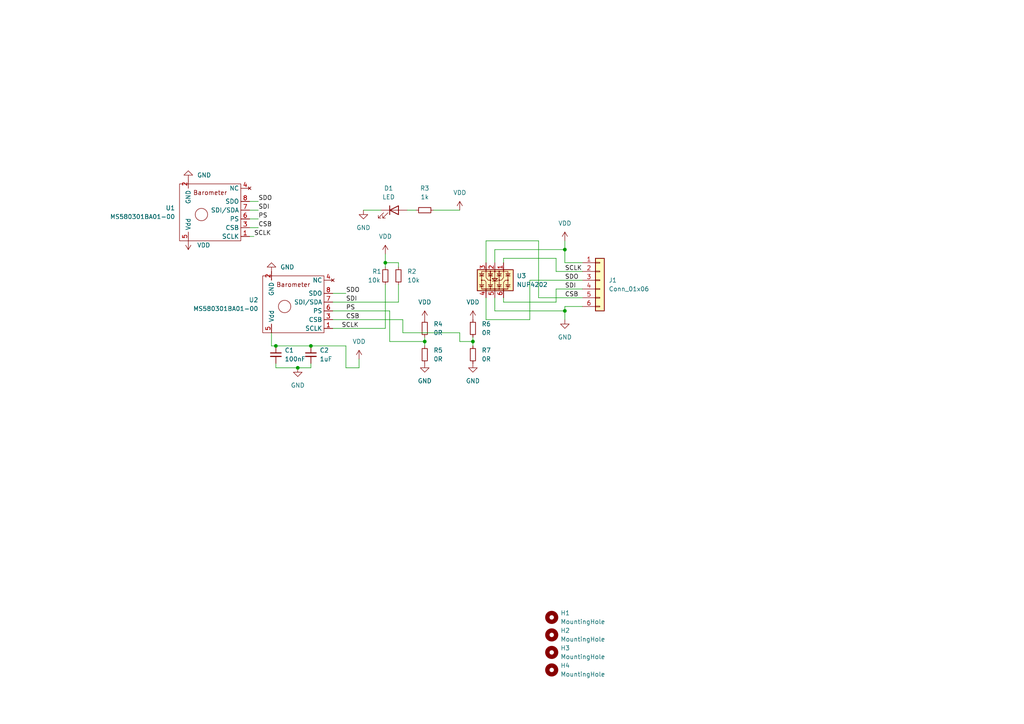
<source format=kicad_sch>
(kicad_sch (version 20211123) (generator eeschema)
  (paper "A4")
  (lib_symbols
    (symbol "Connector_Generic:Conn_01x06" (pin_names (offset 1.016) hide)
      (property "Reference" "J" (at 0 7.62 0))
      (property "Value" "Conn_01x06" (at 0 -10.16 0))
      (symbol "Conn_01x06_1_1"
        (rectangle (start -1.27 -7.493) (end 0 -7.747) (stroke (width 0.1524)))
        (rectangle (start -1.27 -4.953) (end 0 -5.207) (stroke (width 0.1524)))
        (rectangle (start -1.27 -2.413) (end 0 -2.667) (stroke (width 0.1524)))
        (rectangle (start -1.27 0.127) (end 0 -0.127) (stroke (width 0.1524)))
        (rectangle (start -1.27 2.667) (end 0 2.413) (stroke (width 0.1524)))
        (rectangle (start -1.27 5.207) (end 0 4.953) (stroke (width 0.1524)))
        (rectangle (start -1.27 6.35) (end 1.27 -8.89) (stroke (width 0.254)) (fill (type background)))
        (pin passive line (at -5.08 5.08 0) (length 3.81) (name "Pin_1") (number "1"))
        (pin passive line (at -5.08 2.54 0) (length 3.81) (name "Pin_2") (number "2"))
        (pin passive line (at -5.08 0 0) (length 3.81) (name "Pin_3") (number "3"))
        (pin passive line (at -5.08 -2.54 0) (length 3.81) (name "Pin_4") (number "4"))
        (pin passive line (at -5.08 -5.08 0) (length 3.81) (name "Pin_5") (number "5"))
        (pin passive line (at -5.08 -7.62 0) (length 3.81) (name "Pin_6") (number "6"))
      )
    )
    (symbol "Device:C_Small" (pin_numbers hide) (pin_names (offset 0.254) hide)
      (property "Reference" "C" (at 0.254 1.778 0))
      (property "Value" "C_Small" (at 0.254 -2.032 0))
      (symbol "C_Small_0_1"
        (polyline (pts (xy -1.524 -0.508) (xy 1.524 -0.508)) (stroke (width 0.3302)))
        (polyline (pts (xy -1.524 0.508) (xy 1.524 0.508)) (stroke (width 0.3048)))
      )
      (symbol "C_Small_1_1"
        (pin passive line (at 0 2.54 270) (length 2.032) (name "~") (number "1"))
        (pin passive line (at 0 -2.54 90) (length 2.032) (name "~") (number "2"))
      )
    )
    (symbol "Device:LED" (pin_numbers hide) (pin_names (offset 1.016) hide)
      (property "Reference" "D" (at 0 2.54 0))
      (property "Value" "LED" (at 0 -2.54 0))
      (symbol "LED_0_1"
        (polyline (pts (xy -1.27 -1.27) (xy -1.27 1.27)) (stroke (width 0.254)))
        (polyline (pts (xy -1.27 0) (xy 1.27 0)))
        (polyline (pts (xy 1.27 -1.27) (xy 1.27 1.27) (xy -1.27 0) (xy 1.27 -1.27)) (stroke (width 0.254)))
        (polyline (pts (xy -3.048 -0.762) (xy -4.572 -2.286) (xy -3.81 -2.286) (xy -4.572 -2.286) (xy -4.572 -1.524)))
        (polyline (pts (xy -1.778 -0.762) (xy -3.302 -2.286) (xy -2.54 -2.286) (xy -3.302 -2.286) (xy -3.302 -1.524)))
      )
      (symbol "LED_1_1"
        (pin passive line (at -3.81 0 0) (length 2.54) (name "K") (number "1"))
        (pin passive line (at 3.81 0 180) (length 2.54) (name "A") (number "2"))
      )
    )
    (symbol "Device:R_Small" (pin_numbers hide) (pin_names (offset 0.254) hide)
      (property "Reference" "R" (at 0.762 0.508 0))
      (property "Value" "R_Small" (at 0.762 -1.016 0))
      (symbol "R_Small_0_1"
        (rectangle (start -0.762 1.778) (end 0.762 -1.778) (stroke (width 0.2032)))
      )
      (symbol "R_Small_1_1"
        (pin passive line (at 0 2.54 270) (length 0.762) (name "~") (number "1"))
        (pin passive line (at 0 -2.54 90) (length 0.762) (name "~") (number "2"))
      )
    )
    (symbol "Mechanical:MountingHole" (pin_names (offset 1.016))
      (property "Reference" "H" (at 0 5.08 0))
      (property "Value" "MountingHole" (at 0 3.175 0))
      (symbol "MountingHole_0_1"
        (circle (center 0 0) (radius 1.27) (stroke (width 1.27)))
      )
    )
    (symbol "MyLib:MS580301BA01-00"
      (property "Reference" "U?" (at 12.7 25.4 0))
      (property "Value" "MS580301BA01-00" (at 0 24.13 0))
      (symbol "MS580301BA01-00_0_0"
        (text "Barometer" (at 8.89 -13.97 0) (effects (font (size 1.27 1.27))))
      )
      (symbol "MS580301BA01-00_0_1"
        (rectangle (start 0 0) (end 17.78 -16.51))
        (circle (center 11.43 -7.62) (radius 1.7961))
      )
      (symbol "MS580301BA01-00_1_1"
        (pin input line (at -2.54 -1.27 0) (length 2.54) (name "SCLK") (number "1"))
        (pin power_out line (at 15.24 -17.78 90) (length 2.54) (name "GND") (number "2"))
        (pin input line (at -2.54 -3.81 0) (length 2.54) (name "CSB") (number "3"))
        (pin no_connect line (at -2.54 -15.24 0) (length 2.54) (name "NC") (number "4"))
        (pin power_in line (at 15.24 0 270) (length 2.54) (name "Vdd") (number "5"))
        (pin input line (at -2.54 -6.35 0) (length 2.54) (name "PS") (number "6"))
        (pin input line (at -2.54 -8.89 0) (length 2.54) (name "SDI/SDA") (number "7"))
        (pin output line (at -2.54 -11.43 0) (length 2.54) (name "SDO") (number "8"))
      )
    )
    (symbol "Power_Protection:NUP4202"
      (property "Reference" "U" (at -6.985 -2.54 0))
      (property "Value" "NUP4202" (at 6.35 1.27 90))
      (symbol "NUP4202_0_1"
        (rectangle (start -5.334 3.048) (end 5.08 -3.048) (stroke (width 0.254)) (fill (type background)))
        (circle (center -3.81 0) (radius 0.127))
        (circle (center -3.81 0) (radius 0.127))
        (circle (center -1.27 -2.54) (radius 0.127))
        (circle (center -1.27 -2.54) (radius 0.127))
        (circle (center -1.27 0) (radius 0.127))
        (circle (center -1.27 0) (radius 0.127))
        (circle (center -1.27 2.54) (radius 0.127))
        (circle (center -1.27 2.54) (radius 0.127))
        (circle (center 0 -2.54) (radius 0.127))
        (circle (center 0 -2.54) (radius 0.127))
        (polyline (pts (xy -4.445 -1.27) (xy -3.175 -1.27)))
        (polyline (pts (xy -4.445 -1.27) (xy -3.175 -1.27)))
        (polyline (pts (xy -4.445 1.905) (xy -3.175 1.905)))
        (polyline (pts (xy -3.81 -2.54) (xy -3.81 -0.635)))
        (polyline (pts (xy -3.81 -2.54) (xy 3.81 -2.54)))
        (polyline (pts (xy -3.81 -0.635) (xy -3.81 0.635)))
        (polyline (pts (xy -3.81 0.635) (xy -3.81 2.54)))
        (polyline (pts (xy -3.81 2.54) (xy 3.81 2.54)))
        (polyline (pts (xy -3.81 2.54) (xy 3.81 2.54)))
        (polyline (pts (xy -1.905 -1.27) (xy -0.635 -1.27)))
        (polyline (pts (xy -1.905 -1.27) (xy -0.635 -1.27)))
        (polyline (pts (xy -1.905 1.905) (xy -0.635 1.905)))
        (polyline (pts (xy -1.27 -2.54) (xy -1.27 -0.635)))
        (polyline (pts (xy -1.27 -2.54) (xy -1.27 -0.635)))
        (polyline (pts (xy -1.27 0.635) (xy -1.27 -0.635)))
        (polyline (pts (xy -1.27 0.635) (xy -1.27 2.54)))
        (polyline (pts (xy 0 -0.889) (xy 0 -3.81)))
        (polyline (pts (xy 0 -0.889) (xy 0 1.016)))
        (polyline (pts (xy 0 -0.889) (xy 0 1.016)))
        (polyline (pts (xy 0 1.016) (xy 0 3.81)))
        (polyline (pts (xy 0.635 -1.27) (xy 1.905 -1.27)))
        (polyline (pts (xy 0.635 -1.27) (xy 1.905 -1.27)))
        (polyline (pts (xy 0.635 1.905) (xy 1.905 1.905)))
        (polyline (pts (xy 1.27 -2.54) (xy 1.27 -0.635)))
        (polyline (pts (xy 1.27 -2.54) (xy 1.27 -0.635)))
        (polyline (pts (xy 1.27 0.635) (xy 1.27 -0.635)))
        (polyline (pts (xy 1.27 0.635) (xy 1.27 2.54)))
        (polyline (pts (xy 3.175 -1.27) (xy 4.445 -1.27)))
        (polyline (pts (xy 3.175 -1.27) (xy 4.445 -1.27)))
        (polyline (pts (xy 3.175 1.905) (xy 4.445 1.905)))
        (polyline (pts (xy 3.81 -2.54) (xy 3.81 -0.635)))
        (polyline (pts (xy 3.81 0.635) (xy 3.81 -0.635)))
        (polyline (pts (xy 3.81 0.635) (xy 3.81 2.54)))
        (polyline (pts (xy 0.762 0.254) (xy -0.762 0.254) (xy -0.762 0)))
        (polyline (pts (xy -4.445 -1.905) (xy -3.175 -1.905) (xy -3.81 -1.27) (xy -4.445 -1.905)))
        (polyline (pts (xy -4.445 1.27) (xy -3.175 1.27) (xy -3.81 1.905) (xy -4.445 1.27)))
        (polyline (pts (xy -2.54 -3.81) (xy -2.54 -0.762) (xy -1.905 0) (xy -1.27 0)))
        (polyline (pts (xy -2.54 3.81) (xy -2.54 0.635) (xy -3.048 0) (xy -3.937 0)))
        (polyline (pts (xy -1.905 -1.905) (xy -0.635 -1.905) (xy -1.27 -1.27) (xy -1.905 -1.905)))
        (polyline (pts (xy -1.905 1.27) (xy -0.635 1.27) (xy -1.27 1.905) (xy -1.905 1.27)))
        (polyline (pts (xy -0.762 -0.508) (xy 0.762 -0.508) (xy 0 0.254) (xy -0.762 -0.508)))
        (polyline (pts (xy -0.762 -0.508) (xy 0.762 -0.508) (xy 0 0.254) (xy -0.762 -0.508)))
        (polyline (pts (xy 0.635 -1.905) (xy 1.905 -1.905) (xy 1.27 -1.27) (xy 0.635 -1.905)))
        (polyline (pts (xy 0.635 1.27) (xy 1.905 1.27) (xy 1.27 1.905) (xy 0.635 1.27)))
        (polyline (pts (xy 2.54 -3.81) (xy 2.54 -0.762) (xy 1.905 0) (xy 1.143 0)))
        (polyline (pts (xy 2.54 3.81) (xy 2.54 0.508) (xy 2.921 0) (xy 3.81 0)))
        (polyline (pts (xy 3.175 -1.905) (xy 4.445 -1.905) (xy 3.81 -1.27) (xy 3.175 -1.905)))
        (polyline (pts (xy 3.175 1.27) (xy 4.445 1.27) (xy 3.81 1.905) (xy 3.175 1.27)))
        (circle (center 0 2.54) (radius 0.127))
        (circle (center 0 2.54) (radius 0.127))
        (circle (center 1.27 -2.54) (radius 0.127))
        (circle (center 1.27 -2.54) (radius 0.127))
        (circle (center 1.27 0) (radius 0.127))
        (circle (center 1.27 0) (radius 0.127))
        (circle (center 1.27 2.54) (radius 0.127))
        (circle (center 1.27 2.54) (radius 0.127))
        (circle (center 3.81 0) (radius 0.127))
        (circle (center 3.81 0) (radius 0.127))
      )
      (symbol "NUP4202_1_1"
        (pin passive line (at -2.54 -5.08 90) (length 2.54) (name "~") (number "1"))
        (pin passive line (at 0 -5.08 90) (length 2.54) (name "~") (number "2"))
        (pin passive line (at 2.54 -5.08 90) (length 2.54) (name "~") (number "3"))
        (pin passive line (at 2.54 5.08 270) (length 2.54) (name "~") (number "4"))
        (pin passive line (at 0 5.08 270) (length 2.54) (name "~") (number "5"))
        (pin passive line (at -2.54 5.08 270) (length 2.54) (name "~") (number "6"))
      )
    )
    (symbol "power:GND" (power) (pin_names (offset 0))
      (property "Value" "GND" (at 0 -3.81 0))
      (symbol "GND_0_1"
        (polyline (pts (xy 0 0) (xy 0 -1.27) (xy 1.27 -1.27) (xy 0 -2.54) (xy -1.27 -1.27) (xy 0 -1.27)))
      )
      (symbol "GND_1_1"
        (pin power_in line (at 0 0 270) (length 0) hide (name "GND") (number "1"))
      )
    )
    (symbol "power:VDD" (power) (pin_names (offset 0))
      (property "Value" "VDD" (at 0 3.81 0))
      (symbol "VDD_0_1"
        (polyline (pts (xy -0.762 1.27) (xy 0 2.54)))
        (polyline (pts (xy 0 0) (xy 0 2.54)))
        (polyline (pts (xy 0 2.54) (xy 0.762 1.27)))
      )
      (symbol "VDD_1_1"
        (pin power_in line (at 0 0 90) (length 0) hide (name "VDD") (number "1"))
      )
    )
  )
  (junction (at 137.16 99.06))
  (junction (at 86.36 106.68))
  (junction (at 163.83 90.17))
  (junction (at 111.76 76.2))
  (junction (at 90.17 100.33))
  (junction (at 163.83 72.39))
  (junction (at 80.01 100.33))
  (junction (at 123.19 99.06))
  (wire (pts (xy 120.65 60.96) (xy 118.11 60.96)))
  (wire (pts (xy 161.29 78.74) (xy 168.91 78.74)))
  (wire (pts (xy 72.39 66.04) (xy 74.93 66.04)))
  (wire (pts (xy 115.57 82.55) (xy 115.57 87.63)))
  (wire (pts (xy 153.67 92.71) (xy 140.97 92.71)))
  (wire (pts (xy 80.01 100.33) (xy 90.17 100.33)))
  (wire (pts (xy 133.35 96.52) (xy 133.35 99.06)))
  (wire (pts (xy 140.97 92.71) (xy 140.97 86.36)))
  (wire (pts (xy 116.84 92.71) (xy 116.84 96.52)))
  (wire (pts (xy 143.51 72.39) (xy 143.51 76.2)))
  (wire (pts (xy 163.83 72.39) (xy 163.83 76.2)))
  (wire (pts (xy 163.83 92.71) (xy 163.83 90.17)))
  (wire (pts (xy 143.51 90.17) (xy 163.83 90.17)))
  (wire (pts (xy 111.76 82.55) (xy 111.76 95.25)))
  (wire (pts (xy 153.67 81.28) (xy 153.67 92.71)))
  (wire (pts (xy 80.01 106.68) (xy 86.36 106.68)))
  (wire (pts (xy 163.83 88.9) (xy 163.83 90.17)))
  (wire (pts (xy 123.19 100.33) (xy 123.19 99.06)))
  (wire (pts (xy 72.39 68.58) (xy 73.66 68.58)))
  (wire (pts (xy 96.52 87.63) (xy 115.57 87.63)))
  (wire (pts (xy 72.39 58.42) (xy 74.93 58.42)))
  (wire (pts (xy 161.29 78.74) (xy 161.29 74.93)))
  (wire (pts (xy 80.01 105.41) (xy 80.01 106.68)))
  (wire (pts (xy 96.52 95.25) (xy 111.76 95.25)))
  (wire (pts (xy 115.57 77.47) (xy 115.57 76.2)))
  (wire (pts (xy 143.51 86.36) (xy 143.51 90.17)))
  (wire (pts (xy 156.21 69.85) (xy 140.97 69.85)))
  (wire (pts (xy 133.35 60.96) (xy 125.73 60.96)))
  (wire (pts (xy 111.76 76.2) (xy 111.76 77.47)))
  (wire (pts (xy 96.52 90.17) (xy 113.03 90.17)))
  (wire (pts (xy 113.03 99.06) (xy 123.19 99.06)))
  (wire (pts (xy 153.67 81.28) (xy 168.91 81.28)))
  (wire (pts (xy 133.35 99.06) (xy 137.16 99.06)))
  (wire (pts (xy 123.19 97.79) (xy 123.19 99.06)))
  (wire (pts (xy 161.29 74.93) (xy 146.05 74.93)))
  (wire (pts (xy 137.16 97.79) (xy 137.16 99.06)))
  (wire (pts (xy 111.76 73.66) (xy 111.76 76.2)))
  (wire (pts (xy 161.29 83.82) (xy 168.91 83.82)))
  (wire (pts (xy 115.57 76.2) (xy 111.76 76.2)))
  (wire (pts (xy 78.74 100.33) (xy 80.01 100.33)))
  (wire (pts (xy 100.33 85.09) (xy 96.52 85.09)))
  (wire (pts (xy 168.91 88.9) (xy 163.83 88.9)))
  (wire (pts (xy 78.74 96.52) (xy 78.74 100.33)))
  (wire (pts (xy 96.52 92.71) (xy 116.84 92.71)))
  (wire (pts (xy 86.36 106.68) (xy 90.17 106.68)))
  (wire (pts (xy 72.39 60.96) (xy 74.93 60.96)))
  (wire (pts (xy 116.84 96.52) (xy 133.35 96.52)))
  (wire (pts (xy 163.83 76.2) (xy 168.91 76.2)))
  (wire (pts (xy 146.05 86.36) (xy 146.05 87.63)))
  (wire (pts (xy 161.29 87.63) (xy 161.29 83.82)))
  (wire (pts (xy 100.33 106.68) (xy 100.33 100.33)))
  (wire (pts (xy 168.91 86.36) (xy 156.21 86.36)))
  (wire (pts (xy 90.17 106.68) (xy 90.17 105.41)))
  (wire (pts (xy 113.03 90.17) (xy 113.03 99.06)))
  (wire (pts (xy 104.14 104.14) (xy 104.14 106.68)))
  (wire (pts (xy 146.05 74.93) (xy 146.05 76.2)))
  (wire (pts (xy 163.83 72.39) (xy 143.51 72.39)))
  (wire (pts (xy 137.16 100.33) (xy 137.16 99.06)))
  (wire (pts (xy 146.05 87.63) (xy 161.29 87.63)))
  (wire (pts (xy 100.33 100.33) (xy 90.17 100.33)))
  (wire (pts (xy 105.41 60.96) (xy 110.49 60.96)))
  (wire (pts (xy 163.83 69.85) (xy 163.83 72.39)))
  (wire (pts (xy 156.21 86.36) (xy 156.21 69.85)))
  (wire (pts (xy 140.97 69.85) (xy 140.97 76.2)))
  (wire (pts (xy 104.14 106.68) (xy 100.33 106.68)))
  (wire (pts (xy 72.39 63.5) (xy 74.93 63.5)))
  (label "SCLK" (at 99.06 95.25 0))
  (label "SCLK" (at 73.66 68.58 0))
  (label "SDO" (at 74.93 58.42 0))
  (label "SDI" (at 163.83 83.82 0))
  (label "CSB" (at 163.83 86.36 0))
  (label "SDO" (at 100.33 85.09 0))
  (label "SDI" (at 100.33 87.63 0))
  (label "SDO" (at 163.83 81.28 0))
  (label "CSB" (at 100.33 92.71 0))
  (label "SCLK" (at 163.83 78.74 0))
  (label "PS" (at 74.93 63.5 0))
  (label "CSB" (at 74.93 66.04 0))
  (label "SDI" (at 74.93 60.96 0))
  (label "PS" (at 100.33 90.17 0))
  (symbol (lib_id "Device:C_Small") (at 90.17 102.87 0) (unit 1)
    (property "Reference" "C2" (at 92.71 101.6062 0) (effects (justify left)))
    (property "Value" "1uF" (at 92.71 104.1462 0) (effects (justify left)))
    (property "Footprint" "Capacitor_SMD:C_0805_2012Metric" (effects hide))
  )
  (symbol (lib_id "Power_Protection:NUP4202") (at 143.51 81.28 180) (unit 1)
    (property "Reference" "U3" (at 149.86 80.0099 0) (effects (justify right)))
    (property "Value" "NUP4202" (at 149.86 82.55 0) (effects (justify right)))
    (property "Footprint" "Package_TO_SOT_SMD:SOT-363_SC-70-6" (effects hide))
    (property "Datasheet" "http://www.onsemi.com/pub_link/Collateral/NUP4202W1-D.PDF" (effects hide))
  )
  (symbol (lib_id "power:VDD") (at 137.16 92.71 0) (unit 1)
    (property "Reference" "#PWR0103" (effects hide))
    (property "Value" "VDD" (at 137.16 87.63 0))
  )
  (symbol (lib_id "power:GND") (at 137.16 105.41 0) (unit 1)
    (property "Reference" "#PWR0102" (effects hide))
    (property "Value" "GND" (at 137.16 110.49 0))
  )
  (symbol (lib_id "power:GND") (at 105.41 60.96 0) (unit 1)
    (property "Reference" "#PWR0114" (effects hide))
    (property "Value" "GND" (at 105.41 66.04 0))
  )
  (symbol (lib_id "Device:R_Small") (at 123.19 95.25 180) (unit 1)
    (property "Reference" "R4" (at 125.73 93.9799 0) (effects (justify right)))
    (property "Value" "0R" (at 125.73 96.5199 0) (effects (justify right)))
    (property "Footprint" "Resistor_SMD:R_0805_2012Metric" (effects hide))
  )
  (symbol (lib_id "Connector_Generic:Conn_01x06") (at 173.99 81.28 0) (unit 1)
    (property "Reference" "J1" (at 176.53 81.2799 0) (effects (justify left)))
    (property "Value" "Conn_01x06" (at 176.53 83.8199 0) (effects (justify left)))
    (property "Footprint" "Connector_PinHeader_2.54mm:PinHeader_1x06_P2.54mm_Horizontal" (effects hide))
  )
  (symbol (lib_id "Device:R_Small") (at 137.16 95.25 180) (unit 1)
    (property "Reference" "R6" (at 139.7 93.9799 0) (effects (justify right)))
    (property "Value" "0R" (at 139.7 96.5199 0) (effects (justify right)))
    (property "Footprint" "Resistor_SMD:R_0805_2012Metric" (effects hide))
  )
  (symbol (lib_id "Device:C_Small") (at 80.01 102.87 0) (unit 1)
    (property "Reference" "C1" (at 82.55 101.6062 0) (effects (justify left)))
    (property "Value" "100nF" (at 82.55 104.1462 0) (effects (justify left)))
    (property "Footprint" "Capacitor_SMD:C_0805_2012Metric" (effects hide))
  )
  (symbol (lib_id "power:GND") (at 78.74 78.74 180) (unit 1)
    (property "Reference" "#PWR0106" (effects hide))
    (property "Value" "GND" (at 81.28 77.4699 0) (effects (justify right)))
  )
  (symbol (lib_id "power:GND") (at 123.19 105.41 0) (unit 1)
    (property "Reference" "#PWR0113" (effects hide))
    (property "Value" "GND" (at 123.19 110.49 0))
  )
  (symbol (lib_id "power:GND") (at 54.61 52.07 180) (unit 1)
    (property "Reference" "#PWR0107" (effects hide))
    (property "Value" "GND" (at 57.15 50.7999 0) (effects (justify right)))
  )
  (symbol (lib_id "Device:R_Small") (at 123.19 102.87 180) (unit 1)
    (property "Reference" "R5" (at 125.73 101.5999 0) (effects (justify right)))
    (property "Value" "0R" (at 125.73 104.1399 0) (effects (justify right)))
    (property "Footprint" "Resistor_SMD:R_0805_2012Metric" (effects hide))
  )
  (symbol (lib_id "Mechanical:MountingHole") (at 160.02 179.07 0) (unit 1)
    (property "Reference" "H1" (at 162.56 177.7999 0) (effects (justify left)))
    (property "Value" "MountingHole" (at 162.56 180.3399 0) (effects (justify left)))
    (property "Footprint" "MountingHole:MountingHole_3.2mm_M3" (effects hide))
  )
  (symbol (lib_id "power:VDD") (at 54.61 69.85 180) (unit 1)
    (property "Reference" "#PWR0108" (effects hide))
    (property "Value" "VDD" (at 57.15 71.1199 0) (effects (justify right)))
  )
  (symbol (lib_id "power:VDD") (at 133.35 60.96 0) (unit 1)
    (property "Reference" "#PWR0111" (effects hide))
    (property "Value" "VDD" (at 133.35 55.88 0))
  )
  (symbol (lib_id "power:VDD") (at 123.19 92.71 0) (unit 1)
    (property "Reference" "#PWR0112" (effects hide))
    (property "Value" "VDD" (at 123.19 87.63 0))
  )
  (symbol (lib_id "power:GND") (at 86.36 106.68 0) (unit 1)
    (property "Reference" "#PWR0104" (effects hide))
    (property "Value" "GND" (at 86.36 111.76 0))
  )
  (symbol (lib_id "power:VDD") (at 111.76 73.66 0) (unit 1)
    (property "Reference" "#PWR0110" (effects hide))
    (property "Value" "VDD" (at 111.76 68.58 0))
  )
  (symbol (lib_id "Device:LED") (at 114.3 60.96 0) (unit 1)
    (property "Reference" "D1" (at 112.7125 54.61 0))
    (property "Value" "LED" (at 112.7125 57.15 0))
    (property "Footprint" "LED_SMD:LED_PLCC-2" (effects hide))
  )
  (symbol (lib_id "MyLib:MS580301BA01-00") (at 93.98 96.52 180) (unit 1)
    (property "Reference" "U2" (at 74.93 86.9949 0) (effects (justify left)))
    (property "Value" "MS580301BA01-00" (at 74.93 89.5349 0) (effects (justify left)))
    (property "Footprint" "MyLib:MS580301BA01-00" (effects hide))
  )
  (symbol (lib_id "Device:R_Small") (at 123.19 60.96 90) (unit 1)
    (property "Reference" "R3" (at 123.19 54.61 90))
    (property "Value" "1k" (at 123.19 57.15 90))
    (property "Footprint" "Resistor_SMD:R_0805_2012Metric" (effects hide))
  )
  (symbol (lib_id "Device:R_Small") (at 111.76 80.01 180) (unit 1)
    (property "Reference" "R1" (at 107.95 78.74 0) (effects (justify right)))
    (property "Value" "10k" (at 106.68 81.28 0) (effects (justify right)))
    (property "Footprint" "Resistor_SMD:R_0805_2012Metric" (effects hide))
  )
  (symbol (lib_id "Device:R_Small") (at 115.57 80.01 180) (unit 1)
    (property "Reference" "R2" (at 118.11 78.7399 0) (effects (justify right)))
    (property "Value" "10k" (at 118.11 81.2799 0) (effects (justify right)))
    (property "Footprint" "Resistor_SMD:R_0805_2012Metric" (effects hide))
  )
  (symbol (lib_id "Mechanical:MountingHole") (at 160.02 194.31 0) (unit 1)
    (property "Reference" "H4" (at 162.56 193.0399 0) (effects (justify left)))
    (property "Value" "MountingHole" (at 162.56 195.5799 0) (effects (justify left)))
    (property "Footprint" "MountingHole:MountingHole_3.2mm_M3" (effects hide))
  )
  (symbol (lib_id "power:VDD") (at 104.14 104.14 0) (unit 1)
    (property "Reference" "#PWR0105" (effects hide))
    (property "Value" "VDD" (at 104.14 99.06 0))
  )
  (symbol (lib_id "Mechanical:MountingHole") (at 160.02 189.23 0) (unit 1)
    (property "Reference" "H3" (at 162.56 187.9599 0) (effects (justify left)))
    (property "Value" "MountingHole" (at 162.56 190.4999 0) (effects (justify left)))
    (property "Footprint" "MountingHole:MountingHole_3.2mm_M3" (effects hide))
  )
  (symbol (lib_id "power:VDD") (at 163.83 69.85 0) (unit 1)
    (property "Reference" "#PWR0101" (effects hide))
    (property "Value" "VDD" (at 163.83 64.77 0))
  )
  (symbol (lib_id "Mechanical:MountingHole") (at 160.02 184.15 0) (unit 1)
    (property "Reference" "H2" (at 162.56 182.8799 0) (effects (justify left)))
    (property "Value" "MountingHole" (at 162.56 185.4199 0) (effects (justify left)))
    (property "Footprint" "MountingHole:MountingHole_3.2mm_M3" (effects hide))
  )
  (symbol (lib_id "power:GND") (at 163.83 92.71 0) (unit 1)
    (property "Reference" "#PWR0109" (effects hide))
    (property "Value" "GND" (at 163.83 97.79 0))
  )
  (symbol (lib_id "MyLib:MS580301BA01-00") (at 69.85 69.85 180) (unit 1)
    (property "Reference" "U1" (at 50.8 60.3249 0) (effects (justify left)))
    (property "Value" "MS580301BA01-00" (at 50.8 62.8649 0) (effects (justify left)))
    (property "Footprint" "MyLib:MS580301BA01-00" (effects hide))
  )
  (symbol (lib_id "Device:R_Small") (at 137.16 102.87 180) (unit 1)
    (property "Reference" "R7" (at 139.7 101.5999 0) (effects (justify right)))
    (property "Value" "0R" (at 139.7 104.1399 0) (effects (justify right)))
    (property "Footprint" "Resistor_SMD:R_0805_2012Metric" (effects hide))
  )
)
</source>
